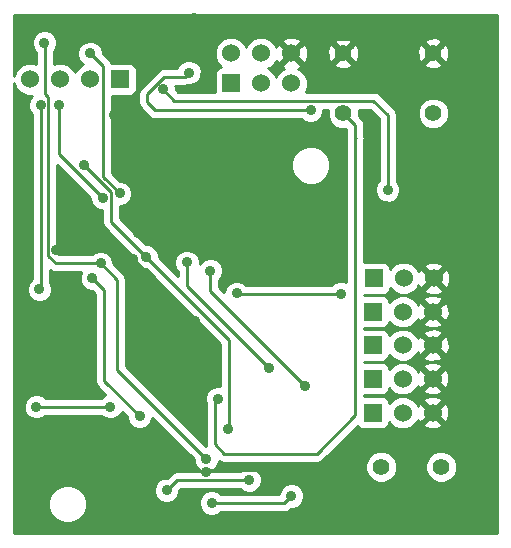
<source format=gbl>
G04 (created by PCBNEW (2013-07-07 BZR 4022)-stable) date 9/19/2015 9:10:54 AM*
%MOIN*%
G04 Gerber Fmt 3.4, Leading zero omitted, Abs format*
%FSLAX34Y34*%
G01*
G70*
G90*
G04 APERTURE LIST*
%ADD10C,0.00590551*%
%ADD11C,0.055*%
%ADD12R,0.06X0.06*%
%ADD13C,0.06*%
%ADD14C,0.056*%
%ADD15C,0.035*%
%ADD16C,0.01*%
G04 APERTURE END LIST*
G54D10*
G54D11*
X53151Y-27763D03*
X53151Y-25763D03*
X56151Y-27763D03*
X56151Y-25763D03*
G54D12*
X45710Y-26629D03*
G54D13*
X44710Y-26629D03*
X43710Y-26629D03*
X42710Y-26629D03*
G54D12*
X49419Y-26767D03*
G54D13*
X49419Y-25767D03*
X50419Y-26767D03*
X50419Y-25767D03*
X51419Y-26767D03*
X51419Y-25767D03*
G54D12*
X54131Y-37735D03*
G54D13*
X55131Y-37735D03*
X56131Y-37735D03*
G54D12*
X54131Y-36602D03*
G54D13*
X55131Y-36602D03*
X56131Y-36602D03*
G54D12*
X54139Y-35487D03*
G54D13*
X55139Y-35487D03*
X56139Y-35487D03*
G54D12*
X54139Y-34373D03*
G54D13*
X55139Y-34373D03*
X56139Y-34373D03*
G54D12*
X54159Y-33263D03*
G54D13*
X55159Y-33263D03*
X56159Y-33263D03*
G54D14*
X54415Y-39544D03*
X56415Y-39544D03*
G54D15*
X50016Y-39982D03*
X47262Y-40328D03*
X46360Y-37867D03*
X44785Y-33256D03*
X47147Y-26964D03*
X54627Y-30309D03*
X43188Y-25416D03*
X48585Y-39290D03*
X45064Y-32766D03*
X43671Y-27480D03*
X45139Y-30574D03*
X48190Y-24583D03*
X46128Y-32624D03*
X46317Y-31765D03*
X46580Y-28399D03*
X48210Y-34674D03*
X43580Y-32304D03*
X55809Y-29864D03*
X45512Y-27812D03*
X52659Y-25294D03*
X48328Y-25604D03*
X52580Y-39665D03*
X48576Y-39704D03*
X47935Y-32732D03*
X50690Y-36259D03*
X48722Y-33007D03*
X51872Y-36836D03*
X42919Y-37535D03*
X45379Y-37539D03*
X48980Y-37274D03*
X44714Y-25767D03*
X45694Y-30428D03*
X43080Y-27487D03*
X43021Y-33633D03*
X52060Y-27664D03*
X48000Y-26404D03*
X53065Y-33774D03*
X49600Y-33767D03*
X44518Y-29483D03*
X46576Y-32542D03*
X49320Y-38294D03*
X51419Y-40515D03*
X48761Y-40743D03*
G54D16*
X47609Y-39982D02*
X50016Y-39982D01*
X47262Y-40328D02*
X47609Y-39982D01*
X45179Y-36685D02*
X46360Y-37867D01*
X45179Y-33649D02*
X45179Y-36685D01*
X44785Y-33256D02*
X45179Y-33649D01*
X47147Y-26964D02*
X47517Y-27334D01*
X47517Y-27334D02*
X54156Y-27334D01*
X54156Y-27334D02*
X54627Y-27805D01*
X54627Y-27805D02*
X54627Y-30309D01*
X43188Y-25416D02*
X43223Y-25451D01*
X43223Y-25451D02*
X43223Y-27124D01*
X43223Y-27124D02*
X43314Y-27215D01*
X43314Y-27215D02*
X43314Y-32514D01*
X43314Y-32514D02*
X43566Y-32766D01*
X43566Y-32766D02*
X45064Y-32766D01*
X48585Y-39290D02*
X45603Y-36308D01*
X45603Y-36308D02*
X45603Y-33305D01*
X45603Y-33305D02*
X45064Y-32766D01*
X43671Y-29106D02*
X43671Y-27480D01*
X45139Y-30574D02*
X43671Y-29106D01*
X48328Y-24721D02*
X48328Y-25604D01*
X48190Y-24583D02*
X48328Y-24721D01*
X46133Y-32619D02*
X46155Y-32619D01*
X46128Y-32624D02*
X46133Y-32619D01*
X46317Y-31760D02*
X46317Y-31765D01*
X46304Y-31747D02*
X46317Y-31760D01*
X46304Y-28675D02*
X46304Y-31747D01*
X46580Y-28399D02*
X46304Y-28675D01*
X48210Y-34674D02*
X46155Y-32619D01*
X46155Y-32619D02*
X45840Y-32304D01*
X45840Y-32304D02*
X43580Y-32304D01*
X53730Y-25294D02*
X52659Y-25294D01*
X55021Y-26585D02*
X53730Y-25294D01*
X55021Y-29076D02*
X55021Y-26585D01*
X55809Y-29864D02*
X55021Y-29076D01*
X47760Y-25564D02*
X48328Y-25604D01*
X45512Y-27812D02*
X47760Y-25564D01*
X52449Y-25084D02*
X52659Y-25294D01*
X48328Y-25604D02*
X48848Y-25084D01*
X48848Y-25084D02*
X52449Y-25084D01*
X48616Y-39665D02*
X52580Y-39665D01*
X48576Y-39704D02*
X48616Y-39665D01*
X47935Y-33503D02*
X47935Y-32732D01*
X50690Y-36259D02*
X47935Y-33503D01*
X48722Y-33686D02*
X48722Y-33007D01*
X51872Y-36836D02*
X48722Y-33686D01*
X45375Y-37535D02*
X42919Y-37535D01*
X45379Y-37539D02*
X45375Y-37535D01*
X53555Y-28601D02*
X53555Y-28166D01*
X53555Y-28166D02*
X53151Y-27763D01*
X53555Y-28601D02*
X53569Y-28587D01*
X53555Y-37829D02*
X53555Y-28601D01*
X52270Y-39114D02*
X53555Y-37829D01*
X49190Y-39114D02*
X52270Y-39114D01*
X48860Y-38784D02*
X49190Y-39114D01*
X48860Y-37394D02*
X48860Y-38784D01*
X48980Y-37274D02*
X48860Y-37394D01*
X45147Y-26200D02*
X44714Y-25767D01*
X45147Y-29881D02*
X45147Y-26200D01*
X45694Y-30428D02*
X45147Y-29881D01*
X43080Y-33574D02*
X43080Y-27487D01*
X43021Y-33633D02*
X43080Y-33574D01*
X46890Y-27664D02*
X52060Y-27664D01*
X46610Y-27384D02*
X46890Y-27664D01*
X46610Y-27114D02*
X46610Y-27384D01*
X47180Y-26544D02*
X46610Y-27114D01*
X47860Y-26544D02*
X47180Y-26544D01*
X48000Y-26404D02*
X47860Y-26544D01*
X49607Y-33774D02*
X53065Y-33774D01*
X49600Y-33767D02*
X49607Y-33774D01*
X45407Y-31373D02*
X46576Y-32542D01*
X45407Y-30372D02*
X45407Y-31373D01*
X44518Y-29483D02*
X45407Y-30372D01*
X49355Y-35321D02*
X46576Y-32542D01*
X49355Y-38259D02*
X49355Y-35321D01*
X49320Y-38294D02*
X49355Y-38259D01*
X51171Y-40763D02*
X51419Y-40515D01*
X48781Y-40763D02*
X51171Y-40763D01*
X48761Y-40743D02*
X48781Y-40763D01*
G54D10*
G36*
X49055Y-36849D02*
X48895Y-36848D01*
X48739Y-36913D01*
X48619Y-37032D01*
X48555Y-37189D01*
X48554Y-37358D01*
X48563Y-37378D01*
X48560Y-37394D01*
X48560Y-38784D01*
X48574Y-38854D01*
X45903Y-36183D01*
X45903Y-33305D01*
X45880Y-33190D01*
X45815Y-33092D01*
X45815Y-33092D01*
X45488Y-32766D01*
X45489Y-32681D01*
X45424Y-32525D01*
X45305Y-32405D01*
X45148Y-32341D01*
X44979Y-32340D01*
X44823Y-32405D01*
X44762Y-32466D01*
X43690Y-32466D01*
X43614Y-32389D01*
X43614Y-29473D01*
X44714Y-30573D01*
X44714Y-30658D01*
X44779Y-30814D01*
X44898Y-30934D01*
X45054Y-30999D01*
X45107Y-30999D01*
X45107Y-31373D01*
X45129Y-31487D01*
X45194Y-31585D01*
X46151Y-32541D01*
X46150Y-32626D01*
X46215Y-32782D01*
X46334Y-32902D01*
X46491Y-32966D01*
X46576Y-32967D01*
X49055Y-35445D01*
X49055Y-36849D01*
X49055Y-36849D01*
G37*
G54D16*
X49055Y-36849D02*
X48895Y-36848D01*
X48739Y-36913D01*
X48619Y-37032D01*
X48555Y-37189D01*
X48554Y-37358D01*
X48563Y-37378D01*
X48560Y-37394D01*
X48560Y-38784D01*
X48574Y-38854D01*
X45903Y-36183D01*
X45903Y-33305D01*
X45880Y-33190D01*
X45815Y-33092D01*
X45815Y-33092D01*
X45488Y-32766D01*
X45489Y-32681D01*
X45424Y-32525D01*
X45305Y-32405D01*
X45148Y-32341D01*
X44979Y-32340D01*
X44823Y-32405D01*
X44762Y-32466D01*
X43690Y-32466D01*
X43614Y-32389D01*
X43614Y-29473D01*
X44714Y-30573D01*
X44714Y-30658D01*
X44779Y-30814D01*
X44898Y-30934D01*
X45054Y-30999D01*
X45107Y-30999D01*
X45107Y-31373D01*
X45129Y-31487D01*
X45194Y-31585D01*
X46151Y-32541D01*
X46150Y-32626D01*
X46215Y-32782D01*
X46334Y-32902D01*
X46491Y-32966D01*
X46576Y-32967D01*
X49055Y-35445D01*
X49055Y-36849D01*
G54D10*
G36*
X58285Y-41765D02*
X56945Y-41765D01*
X56945Y-39439D01*
X56864Y-39244D01*
X56715Y-39094D01*
X56714Y-39094D01*
X56714Y-33345D01*
X56703Y-33126D01*
X56681Y-33074D01*
X56681Y-25839D01*
X56670Y-25630D01*
X56612Y-25490D01*
X56519Y-25466D01*
X56448Y-25537D01*
X56448Y-25395D01*
X56424Y-25302D01*
X56227Y-25233D01*
X56018Y-25244D01*
X55878Y-25302D01*
X55854Y-25395D01*
X56151Y-25692D01*
X56448Y-25395D01*
X56448Y-25537D01*
X56222Y-25763D01*
X56519Y-26060D01*
X56612Y-26036D01*
X56681Y-25839D01*
X56681Y-33074D01*
X56676Y-33062D01*
X56676Y-27659D01*
X56596Y-27466D01*
X56449Y-27318D01*
X56448Y-27318D01*
X56448Y-26131D01*
X56151Y-25834D01*
X56080Y-25904D01*
X56080Y-25763D01*
X55783Y-25466D01*
X55691Y-25490D01*
X55621Y-25687D01*
X55633Y-25896D01*
X55691Y-26036D01*
X55783Y-26060D01*
X56080Y-25763D01*
X56080Y-25904D01*
X55854Y-26131D01*
X55878Y-26224D01*
X56075Y-26293D01*
X56284Y-26282D01*
X56424Y-26224D01*
X56448Y-26131D01*
X56448Y-27318D01*
X56256Y-27238D01*
X56047Y-27238D01*
X55854Y-27318D01*
X55706Y-27465D01*
X55626Y-27658D01*
X55626Y-27867D01*
X55706Y-28060D01*
X55853Y-28208D01*
X56046Y-28288D01*
X56255Y-28288D01*
X56448Y-28208D01*
X56596Y-28061D01*
X56676Y-27868D01*
X56676Y-27659D01*
X56676Y-33062D01*
X56640Y-32975D01*
X56545Y-32948D01*
X56474Y-33019D01*
X56474Y-32877D01*
X56447Y-32782D01*
X56241Y-32708D01*
X56022Y-32719D01*
X55871Y-32782D01*
X55844Y-32877D01*
X56159Y-33192D01*
X56474Y-32877D01*
X56474Y-33019D01*
X56230Y-33263D01*
X56545Y-33578D01*
X56640Y-33551D01*
X56714Y-33345D01*
X56714Y-39094D01*
X56694Y-39086D01*
X56694Y-35569D01*
X56694Y-34455D01*
X56683Y-34237D01*
X56621Y-34085D01*
X56525Y-34058D01*
X56474Y-34109D01*
X56474Y-33649D01*
X56159Y-33334D01*
X55844Y-33649D01*
X55871Y-33744D01*
X56077Y-33818D01*
X56296Y-33807D01*
X56447Y-33744D01*
X56474Y-33649D01*
X56474Y-34109D01*
X56454Y-34129D01*
X56454Y-33987D01*
X56427Y-33892D01*
X56221Y-33818D01*
X56003Y-33829D01*
X55851Y-33892D01*
X55824Y-33987D01*
X56139Y-34303D01*
X56454Y-33987D01*
X56454Y-34129D01*
X56210Y-34373D01*
X56525Y-34688D01*
X56621Y-34661D01*
X56694Y-34455D01*
X56694Y-35569D01*
X56683Y-35351D01*
X56621Y-35200D01*
X56525Y-35172D01*
X56454Y-35243D01*
X56454Y-35102D01*
X56454Y-34759D01*
X56139Y-34444D01*
X55824Y-34759D01*
X55851Y-34855D01*
X56057Y-34928D01*
X56276Y-34917D01*
X56427Y-34855D01*
X56454Y-34759D01*
X56454Y-35102D01*
X56427Y-35006D01*
X56221Y-34933D01*
X56003Y-34944D01*
X55851Y-35006D01*
X55824Y-35102D01*
X56139Y-35417D01*
X56454Y-35102D01*
X56454Y-35243D01*
X56210Y-35487D01*
X56525Y-35803D01*
X56621Y-35775D01*
X56694Y-35569D01*
X56694Y-39086D01*
X56686Y-39082D01*
X56686Y-37817D01*
X56686Y-36683D01*
X56675Y-36465D01*
X56613Y-36314D01*
X56517Y-36286D01*
X56454Y-36349D01*
X56454Y-35873D01*
X56139Y-35558D01*
X55824Y-35873D01*
X55851Y-35969D01*
X56057Y-36042D01*
X56276Y-36031D01*
X56427Y-35969D01*
X56454Y-35873D01*
X56454Y-36349D01*
X56447Y-36357D01*
X56447Y-36216D01*
X56419Y-36120D01*
X56213Y-36047D01*
X55995Y-36058D01*
X55844Y-36120D01*
X55816Y-36216D01*
X56131Y-36531D01*
X56447Y-36216D01*
X56447Y-36357D01*
X56202Y-36602D01*
X56517Y-36917D01*
X56613Y-36889D01*
X56686Y-36683D01*
X56686Y-37817D01*
X56675Y-37599D01*
X56613Y-37448D01*
X56517Y-37420D01*
X56447Y-37491D01*
X56447Y-37350D01*
X56447Y-36988D01*
X56131Y-36672D01*
X55816Y-36988D01*
X55844Y-37083D01*
X56050Y-37156D01*
X56268Y-37145D01*
X56419Y-37083D01*
X56447Y-36988D01*
X56447Y-37350D01*
X56419Y-37254D01*
X56213Y-37181D01*
X55995Y-37192D01*
X55844Y-37254D01*
X55816Y-37350D01*
X56131Y-37665D01*
X56447Y-37350D01*
X56447Y-37491D01*
X56202Y-37735D01*
X56517Y-38051D01*
X56613Y-38023D01*
X56686Y-37817D01*
X56686Y-39082D01*
X56521Y-39014D01*
X56447Y-39014D01*
X56447Y-38121D01*
X56131Y-37806D01*
X55816Y-38121D01*
X55844Y-38217D01*
X56050Y-38290D01*
X56268Y-38279D01*
X56419Y-38217D01*
X56447Y-38121D01*
X56447Y-39014D01*
X56310Y-39013D01*
X56115Y-39094D01*
X55966Y-39243D01*
X55885Y-39438D01*
X55885Y-39648D01*
X55965Y-39843D01*
X56114Y-39993D01*
X56309Y-40073D01*
X56520Y-40074D01*
X56715Y-39993D01*
X56864Y-39844D01*
X56945Y-39649D01*
X56945Y-39439D01*
X56945Y-41765D01*
X54945Y-41765D01*
X54945Y-39439D01*
X54864Y-39244D01*
X54715Y-39094D01*
X54521Y-39014D01*
X54310Y-39013D01*
X54115Y-39094D01*
X53966Y-39243D01*
X53885Y-39438D01*
X53885Y-39648D01*
X53965Y-39843D01*
X54114Y-39993D01*
X54309Y-40073D01*
X54520Y-40074D01*
X54715Y-39993D01*
X54864Y-39844D01*
X54945Y-39649D01*
X54945Y-39439D01*
X54945Y-41765D01*
X51844Y-41765D01*
X51844Y-40431D01*
X51779Y-40275D01*
X51660Y-40155D01*
X51504Y-40090D01*
X51335Y-40090D01*
X51178Y-40154D01*
X51059Y-40274D01*
X50994Y-40430D01*
X50994Y-40463D01*
X49082Y-40463D01*
X49002Y-40383D01*
X48846Y-40318D01*
X48677Y-40318D01*
X48521Y-40383D01*
X48401Y-40502D01*
X48336Y-40658D01*
X48336Y-40828D01*
X48401Y-40984D01*
X48520Y-41103D01*
X48676Y-41168D01*
X48845Y-41168D01*
X49002Y-41104D01*
X49043Y-41063D01*
X51171Y-41063D01*
X51171Y-41063D01*
X51286Y-41040D01*
X51286Y-41040D01*
X51383Y-40975D01*
X51418Y-40940D01*
X51503Y-40940D01*
X51659Y-40876D01*
X51779Y-40756D01*
X51844Y-40600D01*
X51844Y-40431D01*
X51844Y-41765D01*
X44601Y-41765D01*
X44601Y-40660D01*
X44503Y-40423D01*
X44323Y-40242D01*
X44086Y-40144D01*
X43830Y-40144D01*
X43594Y-40241D01*
X43412Y-40422D01*
X43314Y-40659D01*
X43314Y-40915D01*
X43412Y-41151D01*
X43593Y-41332D01*
X43829Y-41431D01*
X44085Y-41431D01*
X44322Y-41333D01*
X44503Y-41152D01*
X44601Y-40916D01*
X44601Y-40660D01*
X44601Y-41765D01*
X42164Y-41765D01*
X42164Y-26748D01*
X42244Y-26940D01*
X42398Y-27095D01*
X42600Y-27179D01*
X42787Y-27179D01*
X42720Y-27246D01*
X42655Y-27403D01*
X42655Y-27572D01*
X42720Y-27728D01*
X42780Y-27788D01*
X42780Y-33273D01*
X42661Y-33392D01*
X42596Y-33548D01*
X42596Y-33717D01*
X42661Y-33874D01*
X42780Y-33993D01*
X42936Y-34058D01*
X43105Y-34058D01*
X43262Y-33994D01*
X43381Y-33874D01*
X43446Y-33718D01*
X43446Y-33549D01*
X43382Y-33393D01*
X43380Y-33391D01*
X43380Y-32996D01*
X43451Y-33043D01*
X43565Y-33065D01*
X43566Y-33066D01*
X44404Y-33066D01*
X44360Y-33171D01*
X44360Y-33340D01*
X44424Y-33496D01*
X44544Y-33616D01*
X44700Y-33680D01*
X44786Y-33681D01*
X44879Y-33773D01*
X44879Y-36685D01*
X44901Y-36800D01*
X44967Y-36898D01*
X45215Y-37147D01*
X45139Y-37178D01*
X45082Y-37235D01*
X43220Y-37235D01*
X43160Y-37175D01*
X43004Y-37110D01*
X42835Y-37110D01*
X42678Y-37174D01*
X42559Y-37294D01*
X42494Y-37450D01*
X42494Y-37619D01*
X42558Y-37775D01*
X42678Y-37895D01*
X42834Y-37960D01*
X43003Y-37960D01*
X43159Y-37895D01*
X43220Y-37835D01*
X45074Y-37835D01*
X45138Y-37899D01*
X45295Y-37964D01*
X45464Y-37964D01*
X45620Y-37899D01*
X45740Y-37780D01*
X45772Y-37703D01*
X45935Y-37866D01*
X45935Y-37951D01*
X45999Y-38107D01*
X46119Y-38227D01*
X46275Y-38291D01*
X46444Y-38292D01*
X46600Y-38227D01*
X46720Y-38108D01*
X46785Y-37951D01*
X46785Y-37914D01*
X48160Y-39289D01*
X48159Y-39374D01*
X48224Y-39530D01*
X48343Y-39650D01*
X48420Y-39682D01*
X47609Y-39682D01*
X47494Y-39704D01*
X47396Y-39769D01*
X47263Y-39903D01*
X47178Y-39903D01*
X47022Y-39967D01*
X46902Y-40087D01*
X46837Y-40243D01*
X46837Y-40412D01*
X46901Y-40568D01*
X47021Y-40688D01*
X47177Y-40753D01*
X47346Y-40753D01*
X47502Y-40689D01*
X47622Y-40569D01*
X47687Y-40413D01*
X47687Y-40327D01*
X47733Y-40282D01*
X49715Y-40282D01*
X49775Y-40342D01*
X49931Y-40406D01*
X50100Y-40407D01*
X50256Y-40342D01*
X50376Y-40223D01*
X50441Y-40066D01*
X50441Y-39897D01*
X50377Y-39741D01*
X50257Y-39621D01*
X50101Y-39557D01*
X49932Y-39556D01*
X49776Y-39621D01*
X49715Y-39682D01*
X48749Y-39682D01*
X48825Y-39650D01*
X48945Y-39531D01*
X49009Y-39374D01*
X49009Y-39347D01*
X49075Y-39391D01*
X49189Y-39413D01*
X49190Y-39414D01*
X52270Y-39414D01*
X52270Y-39413D01*
X52384Y-39391D01*
X52384Y-39391D01*
X52482Y-39326D01*
X53625Y-38182D01*
X53690Y-38247D01*
X53781Y-38285D01*
X53881Y-38286D01*
X54481Y-38286D01*
X54573Y-38248D01*
X54643Y-38177D01*
X54681Y-38085D01*
X54681Y-38063D01*
X54819Y-38201D01*
X55022Y-38285D01*
X55240Y-38286D01*
X55443Y-38202D01*
X55597Y-38047D01*
X55629Y-37972D01*
X55650Y-38023D01*
X55745Y-38051D01*
X56061Y-37735D01*
X55745Y-37420D01*
X55650Y-37448D01*
X55630Y-37503D01*
X55598Y-37424D01*
X55443Y-37269D01*
X55241Y-37186D01*
X55022Y-37185D01*
X54820Y-37269D01*
X54681Y-37408D01*
X54681Y-37386D01*
X54643Y-37294D01*
X54573Y-37224D01*
X54481Y-37186D01*
X54382Y-37185D01*
X53855Y-37185D01*
X53855Y-37152D01*
X53881Y-37152D01*
X54481Y-37152D01*
X54573Y-37114D01*
X54643Y-37043D01*
X54681Y-36952D01*
X54681Y-36929D01*
X54819Y-37068D01*
X55022Y-37152D01*
X55240Y-37152D01*
X55443Y-37068D01*
X55597Y-36914D01*
X55629Y-36838D01*
X55650Y-36889D01*
X55745Y-36917D01*
X56061Y-36602D01*
X55745Y-36286D01*
X55650Y-36314D01*
X55630Y-36369D01*
X55598Y-36290D01*
X55443Y-36136D01*
X55241Y-36052D01*
X55022Y-36052D01*
X54820Y-36135D01*
X54681Y-36274D01*
X54681Y-36252D01*
X54643Y-36160D01*
X54573Y-36090D01*
X54481Y-36052D01*
X54382Y-36052D01*
X53855Y-36052D01*
X53855Y-36037D01*
X53889Y-36037D01*
X54489Y-36037D01*
X54581Y-36000D01*
X54651Y-35929D01*
X54689Y-35837D01*
X54689Y-35815D01*
X54827Y-35953D01*
X55029Y-36037D01*
X55248Y-36038D01*
X55450Y-35954D01*
X55605Y-35799D01*
X55637Y-35724D01*
X55658Y-35775D01*
X55753Y-35803D01*
X56069Y-35487D01*
X55753Y-35172D01*
X55658Y-35200D01*
X55638Y-35255D01*
X55606Y-35176D01*
X55451Y-35021D01*
X55249Y-34938D01*
X55030Y-34937D01*
X54828Y-35021D01*
X54689Y-35159D01*
X54689Y-35138D01*
X54651Y-35046D01*
X54581Y-34976D01*
X54489Y-34937D01*
X54390Y-34937D01*
X53855Y-34937D01*
X53855Y-34923D01*
X53889Y-34923D01*
X54489Y-34923D01*
X54581Y-34885D01*
X54651Y-34815D01*
X54689Y-34723D01*
X54689Y-34701D01*
X54827Y-34839D01*
X55029Y-34923D01*
X55248Y-34923D01*
X55450Y-34840D01*
X55605Y-34685D01*
X55637Y-34610D01*
X55658Y-34661D01*
X55753Y-34688D01*
X56069Y-34373D01*
X55753Y-34058D01*
X55658Y-34085D01*
X55638Y-34141D01*
X55606Y-34062D01*
X55451Y-33907D01*
X55249Y-33823D01*
X55030Y-33823D01*
X54828Y-33907D01*
X54689Y-34045D01*
X54689Y-34024D01*
X54651Y-33932D01*
X54581Y-33861D01*
X54489Y-33823D01*
X54390Y-33823D01*
X53855Y-33823D01*
X53855Y-33813D01*
X53908Y-33813D01*
X54508Y-33813D01*
X54600Y-33775D01*
X54671Y-33705D01*
X54709Y-33613D01*
X54709Y-33591D01*
X54847Y-33729D01*
X55049Y-33813D01*
X55268Y-33813D01*
X55470Y-33730D01*
X55625Y-33575D01*
X55656Y-33499D01*
X55678Y-33551D01*
X55773Y-33578D01*
X56088Y-33263D01*
X55773Y-32948D01*
X55678Y-32975D01*
X55658Y-33030D01*
X55625Y-32952D01*
X55471Y-32797D01*
X55269Y-32713D01*
X55050Y-32713D01*
X54848Y-32796D01*
X54709Y-32935D01*
X54709Y-32914D01*
X54671Y-32822D01*
X54601Y-32751D01*
X54509Y-32713D01*
X54409Y-32713D01*
X53855Y-32713D01*
X53855Y-28657D01*
X53868Y-28587D01*
X53855Y-28516D01*
X53855Y-28166D01*
X53832Y-28052D01*
X53767Y-27954D01*
X53767Y-27954D01*
X53676Y-27864D01*
X53676Y-27659D01*
X53666Y-27634D01*
X54032Y-27634D01*
X54327Y-27929D01*
X54327Y-30007D01*
X54267Y-30067D01*
X54203Y-30224D01*
X54202Y-30393D01*
X54267Y-30549D01*
X54386Y-30669D01*
X54543Y-30733D01*
X54712Y-30734D01*
X54868Y-30669D01*
X54988Y-30550D01*
X55052Y-30393D01*
X55053Y-30224D01*
X54988Y-30068D01*
X54927Y-30007D01*
X54927Y-27805D01*
X54905Y-27690D01*
X54840Y-27592D01*
X54840Y-27592D01*
X54369Y-27121D01*
X54271Y-27056D01*
X54156Y-27034D01*
X53681Y-27034D01*
X53681Y-25839D01*
X53670Y-25630D01*
X53612Y-25490D01*
X53519Y-25466D01*
X53448Y-25537D01*
X53448Y-25395D01*
X53424Y-25302D01*
X53227Y-25233D01*
X53018Y-25244D01*
X52878Y-25302D01*
X52854Y-25395D01*
X53151Y-25692D01*
X53448Y-25395D01*
X53448Y-25537D01*
X53222Y-25763D01*
X53519Y-26060D01*
X53612Y-26036D01*
X53681Y-25839D01*
X53681Y-27034D01*
X53448Y-27034D01*
X53448Y-26131D01*
X53151Y-25834D01*
X53080Y-25904D01*
X53080Y-25763D01*
X52783Y-25466D01*
X52691Y-25490D01*
X52621Y-25687D01*
X52633Y-25896D01*
X52691Y-26036D01*
X52783Y-26060D01*
X53080Y-25763D01*
X53080Y-25904D01*
X52854Y-26131D01*
X52878Y-26224D01*
X53075Y-26293D01*
X53284Y-26282D01*
X53424Y-26224D01*
X53448Y-26131D01*
X53448Y-27034D01*
X51974Y-27034D01*
X51974Y-25849D01*
X51963Y-25630D01*
X51900Y-25479D01*
X51805Y-25452D01*
X51734Y-25522D01*
X51734Y-25381D01*
X51707Y-25286D01*
X51501Y-25212D01*
X51282Y-25223D01*
X51131Y-25286D01*
X51104Y-25381D01*
X51419Y-25696D01*
X51734Y-25381D01*
X51734Y-25522D01*
X51490Y-25767D01*
X51805Y-26082D01*
X51900Y-26055D01*
X51974Y-25849D01*
X51974Y-27034D01*
X51904Y-27034D01*
X51969Y-26877D01*
X51969Y-26658D01*
X51885Y-26456D01*
X51731Y-26301D01*
X51655Y-26270D01*
X51707Y-26248D01*
X51734Y-26153D01*
X51419Y-25838D01*
X51104Y-26153D01*
X51131Y-26248D01*
X51186Y-26268D01*
X51108Y-26300D01*
X50953Y-26455D01*
X50919Y-26537D01*
X50885Y-26456D01*
X50731Y-26301D01*
X50649Y-26267D01*
X50730Y-26234D01*
X50885Y-26079D01*
X50916Y-26003D01*
X50938Y-26055D01*
X51033Y-26082D01*
X51348Y-25767D01*
X51033Y-25452D01*
X50938Y-25479D01*
X50918Y-25534D01*
X50885Y-25456D01*
X50731Y-25301D01*
X50529Y-25217D01*
X50310Y-25217D01*
X50108Y-25300D01*
X49953Y-25455D01*
X49919Y-25537D01*
X49885Y-25456D01*
X49731Y-25301D01*
X49529Y-25217D01*
X49310Y-25217D01*
X49108Y-25300D01*
X48953Y-25455D01*
X48869Y-25657D01*
X48869Y-25876D01*
X48952Y-26078D01*
X49091Y-26217D01*
X49069Y-26217D01*
X48977Y-26255D01*
X48907Y-26325D01*
X48869Y-26417D01*
X48869Y-26516D01*
X48869Y-27034D01*
X47641Y-27034D01*
X47572Y-26964D01*
X47572Y-26879D01*
X47557Y-26844D01*
X47860Y-26844D01*
X47860Y-26843D01*
X47935Y-26828D01*
X47935Y-26828D01*
X48084Y-26829D01*
X48240Y-26764D01*
X48360Y-26645D01*
X48424Y-26488D01*
X48425Y-26319D01*
X48360Y-26163D01*
X48241Y-26043D01*
X48084Y-25979D01*
X47915Y-25978D01*
X47759Y-26043D01*
X47639Y-26162D01*
X47606Y-26244D01*
X47180Y-26244D01*
X47065Y-26266D01*
X46967Y-26331D01*
X46397Y-26901D01*
X46332Y-26999D01*
X46310Y-27114D01*
X46310Y-27384D01*
X46332Y-27498D01*
X46397Y-27596D01*
X46677Y-27876D01*
X46677Y-27876D01*
X46775Y-27941D01*
X46890Y-27964D01*
X51758Y-27964D01*
X51818Y-28024D01*
X51975Y-28088D01*
X52144Y-28089D01*
X52300Y-28024D01*
X52420Y-27905D01*
X52484Y-27748D01*
X52485Y-27634D01*
X52636Y-27634D01*
X52626Y-27658D01*
X52626Y-27867D01*
X52706Y-28060D01*
X52853Y-28208D01*
X53046Y-28288D01*
X53252Y-28288D01*
X53255Y-28291D01*
X53255Y-28601D01*
X53255Y-33392D01*
X53149Y-33349D01*
X52980Y-33348D01*
X52824Y-33413D01*
X52763Y-33474D01*
X52711Y-33474D01*
X52711Y-29365D01*
X52613Y-29128D01*
X52433Y-28947D01*
X52196Y-28849D01*
X51940Y-28849D01*
X51704Y-28946D01*
X51522Y-29127D01*
X51424Y-29364D01*
X51424Y-29620D01*
X51522Y-29856D01*
X51703Y-30037D01*
X51939Y-30136D01*
X52195Y-30136D01*
X52432Y-30038D01*
X52613Y-29857D01*
X52711Y-29621D01*
X52711Y-29365D01*
X52711Y-33474D01*
X49908Y-33474D01*
X49841Y-33406D01*
X49684Y-33342D01*
X49515Y-33341D01*
X49359Y-33406D01*
X49239Y-33525D01*
X49175Y-33682D01*
X49175Y-33714D01*
X49022Y-33562D01*
X49022Y-33308D01*
X49082Y-33248D01*
X49147Y-33091D01*
X49147Y-32922D01*
X49082Y-32766D01*
X48963Y-32646D01*
X48807Y-32582D01*
X48638Y-32581D01*
X48482Y-32646D01*
X48362Y-32765D01*
X48360Y-32771D01*
X48360Y-32648D01*
X48295Y-32492D01*
X48176Y-32372D01*
X48019Y-32307D01*
X47850Y-32307D01*
X47694Y-32371D01*
X47574Y-32491D01*
X47510Y-32647D01*
X47509Y-32816D01*
X47574Y-32972D01*
X47635Y-33033D01*
X47635Y-33176D01*
X47000Y-32542D01*
X47001Y-32457D01*
X46936Y-32301D01*
X46817Y-32181D01*
X46660Y-32117D01*
X46575Y-32116D01*
X45707Y-31248D01*
X45707Y-30853D01*
X45779Y-30853D01*
X45935Y-30789D01*
X46054Y-30669D01*
X46119Y-30513D01*
X46119Y-30344D01*
X46055Y-30188D01*
X45935Y-30068D01*
X45779Y-30003D01*
X45694Y-30003D01*
X45447Y-29757D01*
X45447Y-27179D01*
X45460Y-27179D01*
X46060Y-27179D01*
X46152Y-27141D01*
X46222Y-27071D01*
X46260Y-26979D01*
X46260Y-26880D01*
X46260Y-26280D01*
X46222Y-26188D01*
X46152Y-26117D01*
X46060Y-26079D01*
X45961Y-26079D01*
X45420Y-26079D01*
X45359Y-25988D01*
X45359Y-25988D01*
X45139Y-25768D01*
X45139Y-25683D01*
X45075Y-25527D01*
X44955Y-25407D01*
X44799Y-25342D01*
X44630Y-25342D01*
X44474Y-25406D01*
X44354Y-25526D01*
X44289Y-25682D01*
X44289Y-25851D01*
X44354Y-26007D01*
X44473Y-26127D01*
X44479Y-26130D01*
X44399Y-26163D01*
X44244Y-26317D01*
X44210Y-26399D01*
X44177Y-26318D01*
X44022Y-26163D01*
X43820Y-26079D01*
X43601Y-26079D01*
X43523Y-26112D01*
X43523Y-25682D01*
X43548Y-25657D01*
X43612Y-25500D01*
X43613Y-25331D01*
X43548Y-25175D01*
X43429Y-25055D01*
X43272Y-24991D01*
X43103Y-24990D01*
X42947Y-25055D01*
X42827Y-25174D01*
X42763Y-25331D01*
X42762Y-25500D01*
X42827Y-25656D01*
X42923Y-25752D01*
X42923Y-26122D01*
X42820Y-26079D01*
X42601Y-26079D01*
X42399Y-26163D01*
X42244Y-26317D01*
X42164Y-26510D01*
X42164Y-24489D01*
X58240Y-24489D01*
X58285Y-24489D01*
X58285Y-41765D01*
X58285Y-41765D01*
G37*
G54D16*
X58285Y-41765D02*
X56945Y-41765D01*
X56945Y-39439D01*
X56864Y-39244D01*
X56715Y-39094D01*
X56714Y-39094D01*
X56714Y-33345D01*
X56703Y-33126D01*
X56681Y-33074D01*
X56681Y-25839D01*
X56670Y-25630D01*
X56612Y-25490D01*
X56519Y-25466D01*
X56448Y-25537D01*
X56448Y-25395D01*
X56424Y-25302D01*
X56227Y-25233D01*
X56018Y-25244D01*
X55878Y-25302D01*
X55854Y-25395D01*
X56151Y-25692D01*
X56448Y-25395D01*
X56448Y-25537D01*
X56222Y-25763D01*
X56519Y-26060D01*
X56612Y-26036D01*
X56681Y-25839D01*
X56681Y-33074D01*
X56676Y-33062D01*
X56676Y-27659D01*
X56596Y-27466D01*
X56449Y-27318D01*
X56448Y-27318D01*
X56448Y-26131D01*
X56151Y-25834D01*
X56080Y-25904D01*
X56080Y-25763D01*
X55783Y-25466D01*
X55691Y-25490D01*
X55621Y-25687D01*
X55633Y-25896D01*
X55691Y-26036D01*
X55783Y-26060D01*
X56080Y-25763D01*
X56080Y-25904D01*
X55854Y-26131D01*
X55878Y-26224D01*
X56075Y-26293D01*
X56284Y-26282D01*
X56424Y-26224D01*
X56448Y-26131D01*
X56448Y-27318D01*
X56256Y-27238D01*
X56047Y-27238D01*
X55854Y-27318D01*
X55706Y-27465D01*
X55626Y-27658D01*
X55626Y-27867D01*
X55706Y-28060D01*
X55853Y-28208D01*
X56046Y-28288D01*
X56255Y-28288D01*
X56448Y-28208D01*
X56596Y-28061D01*
X56676Y-27868D01*
X56676Y-27659D01*
X56676Y-33062D01*
X56640Y-32975D01*
X56545Y-32948D01*
X56474Y-33019D01*
X56474Y-32877D01*
X56447Y-32782D01*
X56241Y-32708D01*
X56022Y-32719D01*
X55871Y-32782D01*
X55844Y-32877D01*
X56159Y-33192D01*
X56474Y-32877D01*
X56474Y-33019D01*
X56230Y-33263D01*
X56545Y-33578D01*
X56640Y-33551D01*
X56714Y-33345D01*
X56714Y-39094D01*
X56694Y-39086D01*
X56694Y-35569D01*
X56694Y-34455D01*
X56683Y-34237D01*
X56621Y-34085D01*
X56525Y-34058D01*
X56474Y-34109D01*
X56474Y-33649D01*
X56159Y-33334D01*
X55844Y-33649D01*
X55871Y-33744D01*
X56077Y-33818D01*
X56296Y-33807D01*
X56447Y-33744D01*
X56474Y-33649D01*
X56474Y-34109D01*
X56454Y-34129D01*
X56454Y-33987D01*
X56427Y-33892D01*
X56221Y-33818D01*
X56003Y-33829D01*
X55851Y-33892D01*
X55824Y-33987D01*
X56139Y-34303D01*
X56454Y-33987D01*
X56454Y-34129D01*
X56210Y-34373D01*
X56525Y-34688D01*
X56621Y-34661D01*
X56694Y-34455D01*
X56694Y-35569D01*
X56683Y-35351D01*
X56621Y-35200D01*
X56525Y-35172D01*
X56454Y-35243D01*
X56454Y-35102D01*
X56454Y-34759D01*
X56139Y-34444D01*
X55824Y-34759D01*
X55851Y-34855D01*
X56057Y-34928D01*
X56276Y-34917D01*
X56427Y-34855D01*
X56454Y-34759D01*
X56454Y-35102D01*
X56427Y-35006D01*
X56221Y-34933D01*
X56003Y-34944D01*
X55851Y-35006D01*
X55824Y-35102D01*
X56139Y-35417D01*
X56454Y-35102D01*
X56454Y-35243D01*
X56210Y-35487D01*
X56525Y-35803D01*
X56621Y-35775D01*
X56694Y-35569D01*
X56694Y-39086D01*
X56686Y-39082D01*
X56686Y-37817D01*
X56686Y-36683D01*
X56675Y-36465D01*
X56613Y-36314D01*
X56517Y-36286D01*
X56454Y-36349D01*
X56454Y-35873D01*
X56139Y-35558D01*
X55824Y-35873D01*
X55851Y-35969D01*
X56057Y-36042D01*
X56276Y-36031D01*
X56427Y-35969D01*
X56454Y-35873D01*
X56454Y-36349D01*
X56447Y-36357D01*
X56447Y-36216D01*
X56419Y-36120D01*
X56213Y-36047D01*
X55995Y-36058D01*
X55844Y-36120D01*
X55816Y-36216D01*
X56131Y-36531D01*
X56447Y-36216D01*
X56447Y-36357D01*
X56202Y-36602D01*
X56517Y-36917D01*
X56613Y-36889D01*
X56686Y-36683D01*
X56686Y-37817D01*
X56675Y-37599D01*
X56613Y-37448D01*
X56517Y-37420D01*
X56447Y-37491D01*
X56447Y-37350D01*
X56447Y-36988D01*
X56131Y-36672D01*
X55816Y-36988D01*
X55844Y-37083D01*
X56050Y-37156D01*
X56268Y-37145D01*
X56419Y-37083D01*
X56447Y-36988D01*
X56447Y-37350D01*
X56419Y-37254D01*
X56213Y-37181D01*
X55995Y-37192D01*
X55844Y-37254D01*
X55816Y-37350D01*
X56131Y-37665D01*
X56447Y-37350D01*
X56447Y-37491D01*
X56202Y-37735D01*
X56517Y-38051D01*
X56613Y-38023D01*
X56686Y-37817D01*
X56686Y-39082D01*
X56521Y-39014D01*
X56447Y-39014D01*
X56447Y-38121D01*
X56131Y-37806D01*
X55816Y-38121D01*
X55844Y-38217D01*
X56050Y-38290D01*
X56268Y-38279D01*
X56419Y-38217D01*
X56447Y-38121D01*
X56447Y-39014D01*
X56310Y-39013D01*
X56115Y-39094D01*
X55966Y-39243D01*
X55885Y-39438D01*
X55885Y-39648D01*
X55965Y-39843D01*
X56114Y-39993D01*
X56309Y-40073D01*
X56520Y-40074D01*
X56715Y-39993D01*
X56864Y-39844D01*
X56945Y-39649D01*
X56945Y-39439D01*
X56945Y-41765D01*
X54945Y-41765D01*
X54945Y-39439D01*
X54864Y-39244D01*
X54715Y-39094D01*
X54521Y-39014D01*
X54310Y-39013D01*
X54115Y-39094D01*
X53966Y-39243D01*
X53885Y-39438D01*
X53885Y-39648D01*
X53965Y-39843D01*
X54114Y-39993D01*
X54309Y-40073D01*
X54520Y-40074D01*
X54715Y-39993D01*
X54864Y-39844D01*
X54945Y-39649D01*
X54945Y-39439D01*
X54945Y-41765D01*
X51844Y-41765D01*
X51844Y-40431D01*
X51779Y-40275D01*
X51660Y-40155D01*
X51504Y-40090D01*
X51335Y-40090D01*
X51178Y-40154D01*
X51059Y-40274D01*
X50994Y-40430D01*
X50994Y-40463D01*
X49082Y-40463D01*
X49002Y-40383D01*
X48846Y-40318D01*
X48677Y-40318D01*
X48521Y-40383D01*
X48401Y-40502D01*
X48336Y-40658D01*
X48336Y-40828D01*
X48401Y-40984D01*
X48520Y-41103D01*
X48676Y-41168D01*
X48845Y-41168D01*
X49002Y-41104D01*
X49043Y-41063D01*
X51171Y-41063D01*
X51171Y-41063D01*
X51286Y-41040D01*
X51286Y-41040D01*
X51383Y-40975D01*
X51418Y-40940D01*
X51503Y-40940D01*
X51659Y-40876D01*
X51779Y-40756D01*
X51844Y-40600D01*
X51844Y-40431D01*
X51844Y-41765D01*
X44601Y-41765D01*
X44601Y-40660D01*
X44503Y-40423D01*
X44323Y-40242D01*
X44086Y-40144D01*
X43830Y-40144D01*
X43594Y-40241D01*
X43412Y-40422D01*
X43314Y-40659D01*
X43314Y-40915D01*
X43412Y-41151D01*
X43593Y-41332D01*
X43829Y-41431D01*
X44085Y-41431D01*
X44322Y-41333D01*
X44503Y-41152D01*
X44601Y-40916D01*
X44601Y-40660D01*
X44601Y-41765D01*
X42164Y-41765D01*
X42164Y-26748D01*
X42244Y-26940D01*
X42398Y-27095D01*
X42600Y-27179D01*
X42787Y-27179D01*
X42720Y-27246D01*
X42655Y-27403D01*
X42655Y-27572D01*
X42720Y-27728D01*
X42780Y-27788D01*
X42780Y-33273D01*
X42661Y-33392D01*
X42596Y-33548D01*
X42596Y-33717D01*
X42661Y-33874D01*
X42780Y-33993D01*
X42936Y-34058D01*
X43105Y-34058D01*
X43262Y-33994D01*
X43381Y-33874D01*
X43446Y-33718D01*
X43446Y-33549D01*
X43382Y-33393D01*
X43380Y-33391D01*
X43380Y-32996D01*
X43451Y-33043D01*
X43565Y-33065D01*
X43566Y-33066D01*
X44404Y-33066D01*
X44360Y-33171D01*
X44360Y-33340D01*
X44424Y-33496D01*
X44544Y-33616D01*
X44700Y-33680D01*
X44786Y-33681D01*
X44879Y-33773D01*
X44879Y-36685D01*
X44901Y-36800D01*
X44967Y-36898D01*
X45215Y-37147D01*
X45139Y-37178D01*
X45082Y-37235D01*
X43220Y-37235D01*
X43160Y-37175D01*
X43004Y-37110D01*
X42835Y-37110D01*
X42678Y-37174D01*
X42559Y-37294D01*
X42494Y-37450D01*
X42494Y-37619D01*
X42558Y-37775D01*
X42678Y-37895D01*
X42834Y-37960D01*
X43003Y-37960D01*
X43159Y-37895D01*
X43220Y-37835D01*
X45074Y-37835D01*
X45138Y-37899D01*
X45295Y-37964D01*
X45464Y-37964D01*
X45620Y-37899D01*
X45740Y-37780D01*
X45772Y-37703D01*
X45935Y-37866D01*
X45935Y-37951D01*
X45999Y-38107D01*
X46119Y-38227D01*
X46275Y-38291D01*
X46444Y-38292D01*
X46600Y-38227D01*
X46720Y-38108D01*
X46785Y-37951D01*
X46785Y-37914D01*
X48160Y-39289D01*
X48159Y-39374D01*
X48224Y-39530D01*
X48343Y-39650D01*
X48420Y-39682D01*
X47609Y-39682D01*
X47494Y-39704D01*
X47396Y-39769D01*
X47263Y-39903D01*
X47178Y-39903D01*
X47022Y-39967D01*
X46902Y-40087D01*
X46837Y-40243D01*
X46837Y-40412D01*
X46901Y-40568D01*
X47021Y-40688D01*
X47177Y-40753D01*
X47346Y-40753D01*
X47502Y-40689D01*
X47622Y-40569D01*
X47687Y-40413D01*
X47687Y-40327D01*
X47733Y-40282D01*
X49715Y-40282D01*
X49775Y-40342D01*
X49931Y-40406D01*
X50100Y-40407D01*
X50256Y-40342D01*
X50376Y-40223D01*
X50441Y-40066D01*
X50441Y-39897D01*
X50377Y-39741D01*
X50257Y-39621D01*
X50101Y-39557D01*
X49932Y-39556D01*
X49776Y-39621D01*
X49715Y-39682D01*
X48749Y-39682D01*
X48825Y-39650D01*
X48945Y-39531D01*
X49009Y-39374D01*
X49009Y-39347D01*
X49075Y-39391D01*
X49189Y-39413D01*
X49190Y-39414D01*
X52270Y-39414D01*
X52270Y-39413D01*
X52384Y-39391D01*
X52384Y-39391D01*
X52482Y-39326D01*
X53625Y-38182D01*
X53690Y-38247D01*
X53781Y-38285D01*
X53881Y-38286D01*
X54481Y-38286D01*
X54573Y-38248D01*
X54643Y-38177D01*
X54681Y-38085D01*
X54681Y-38063D01*
X54819Y-38201D01*
X55022Y-38285D01*
X55240Y-38286D01*
X55443Y-38202D01*
X55597Y-38047D01*
X55629Y-37972D01*
X55650Y-38023D01*
X55745Y-38051D01*
X56061Y-37735D01*
X55745Y-37420D01*
X55650Y-37448D01*
X55630Y-37503D01*
X55598Y-37424D01*
X55443Y-37269D01*
X55241Y-37186D01*
X55022Y-37185D01*
X54820Y-37269D01*
X54681Y-37408D01*
X54681Y-37386D01*
X54643Y-37294D01*
X54573Y-37224D01*
X54481Y-37186D01*
X54382Y-37185D01*
X53855Y-37185D01*
X53855Y-37152D01*
X53881Y-37152D01*
X54481Y-37152D01*
X54573Y-37114D01*
X54643Y-37043D01*
X54681Y-36952D01*
X54681Y-36929D01*
X54819Y-37068D01*
X55022Y-37152D01*
X55240Y-37152D01*
X55443Y-37068D01*
X55597Y-36914D01*
X55629Y-36838D01*
X55650Y-36889D01*
X55745Y-36917D01*
X56061Y-36602D01*
X55745Y-36286D01*
X55650Y-36314D01*
X55630Y-36369D01*
X55598Y-36290D01*
X55443Y-36136D01*
X55241Y-36052D01*
X55022Y-36052D01*
X54820Y-36135D01*
X54681Y-36274D01*
X54681Y-36252D01*
X54643Y-36160D01*
X54573Y-36090D01*
X54481Y-36052D01*
X54382Y-36052D01*
X53855Y-36052D01*
X53855Y-36037D01*
X53889Y-36037D01*
X54489Y-36037D01*
X54581Y-36000D01*
X54651Y-35929D01*
X54689Y-35837D01*
X54689Y-35815D01*
X54827Y-35953D01*
X55029Y-36037D01*
X55248Y-36038D01*
X55450Y-35954D01*
X55605Y-35799D01*
X55637Y-35724D01*
X55658Y-35775D01*
X55753Y-35803D01*
X56069Y-35487D01*
X55753Y-35172D01*
X55658Y-35200D01*
X55638Y-35255D01*
X55606Y-35176D01*
X55451Y-35021D01*
X55249Y-34938D01*
X55030Y-34937D01*
X54828Y-35021D01*
X54689Y-35159D01*
X54689Y-35138D01*
X54651Y-35046D01*
X54581Y-34976D01*
X54489Y-34937D01*
X54390Y-34937D01*
X53855Y-34937D01*
X53855Y-34923D01*
X53889Y-34923D01*
X54489Y-34923D01*
X54581Y-34885D01*
X54651Y-34815D01*
X54689Y-34723D01*
X54689Y-34701D01*
X54827Y-34839D01*
X55029Y-34923D01*
X55248Y-34923D01*
X55450Y-34840D01*
X55605Y-34685D01*
X55637Y-34610D01*
X55658Y-34661D01*
X55753Y-34688D01*
X56069Y-34373D01*
X55753Y-34058D01*
X55658Y-34085D01*
X55638Y-34141D01*
X55606Y-34062D01*
X55451Y-33907D01*
X55249Y-33823D01*
X55030Y-33823D01*
X54828Y-33907D01*
X54689Y-34045D01*
X54689Y-34024D01*
X54651Y-33932D01*
X54581Y-33861D01*
X54489Y-33823D01*
X54390Y-33823D01*
X53855Y-33823D01*
X53855Y-33813D01*
X53908Y-33813D01*
X54508Y-33813D01*
X54600Y-33775D01*
X54671Y-33705D01*
X54709Y-33613D01*
X54709Y-33591D01*
X54847Y-33729D01*
X55049Y-33813D01*
X55268Y-33813D01*
X55470Y-33730D01*
X55625Y-33575D01*
X55656Y-33499D01*
X55678Y-33551D01*
X55773Y-33578D01*
X56088Y-33263D01*
X55773Y-32948D01*
X55678Y-32975D01*
X55658Y-33030D01*
X55625Y-32952D01*
X55471Y-32797D01*
X55269Y-32713D01*
X55050Y-32713D01*
X54848Y-32796D01*
X54709Y-32935D01*
X54709Y-32914D01*
X54671Y-32822D01*
X54601Y-32751D01*
X54509Y-32713D01*
X54409Y-32713D01*
X53855Y-32713D01*
X53855Y-28657D01*
X53868Y-28587D01*
X53855Y-28516D01*
X53855Y-28166D01*
X53832Y-28052D01*
X53767Y-27954D01*
X53767Y-27954D01*
X53676Y-27864D01*
X53676Y-27659D01*
X53666Y-27634D01*
X54032Y-27634D01*
X54327Y-27929D01*
X54327Y-30007D01*
X54267Y-30067D01*
X54203Y-30224D01*
X54202Y-30393D01*
X54267Y-30549D01*
X54386Y-30669D01*
X54543Y-30733D01*
X54712Y-30734D01*
X54868Y-30669D01*
X54988Y-30550D01*
X55052Y-30393D01*
X55053Y-30224D01*
X54988Y-30068D01*
X54927Y-30007D01*
X54927Y-27805D01*
X54905Y-27690D01*
X54840Y-27592D01*
X54840Y-27592D01*
X54369Y-27121D01*
X54271Y-27056D01*
X54156Y-27034D01*
X53681Y-27034D01*
X53681Y-25839D01*
X53670Y-25630D01*
X53612Y-25490D01*
X53519Y-25466D01*
X53448Y-25537D01*
X53448Y-25395D01*
X53424Y-25302D01*
X53227Y-25233D01*
X53018Y-25244D01*
X52878Y-25302D01*
X52854Y-25395D01*
X53151Y-25692D01*
X53448Y-25395D01*
X53448Y-25537D01*
X53222Y-25763D01*
X53519Y-26060D01*
X53612Y-26036D01*
X53681Y-25839D01*
X53681Y-27034D01*
X53448Y-27034D01*
X53448Y-26131D01*
X53151Y-25834D01*
X53080Y-25904D01*
X53080Y-25763D01*
X52783Y-25466D01*
X52691Y-25490D01*
X52621Y-25687D01*
X52633Y-25896D01*
X52691Y-26036D01*
X52783Y-26060D01*
X53080Y-25763D01*
X53080Y-25904D01*
X52854Y-26131D01*
X52878Y-26224D01*
X53075Y-26293D01*
X53284Y-26282D01*
X53424Y-26224D01*
X53448Y-26131D01*
X53448Y-27034D01*
X51974Y-27034D01*
X51974Y-25849D01*
X51963Y-25630D01*
X51900Y-25479D01*
X51805Y-25452D01*
X51734Y-25522D01*
X51734Y-25381D01*
X51707Y-25286D01*
X51501Y-25212D01*
X51282Y-25223D01*
X51131Y-25286D01*
X51104Y-25381D01*
X51419Y-25696D01*
X51734Y-25381D01*
X51734Y-25522D01*
X51490Y-25767D01*
X51805Y-26082D01*
X51900Y-26055D01*
X51974Y-25849D01*
X51974Y-27034D01*
X51904Y-27034D01*
X51969Y-26877D01*
X51969Y-26658D01*
X51885Y-26456D01*
X51731Y-26301D01*
X51655Y-26270D01*
X51707Y-26248D01*
X51734Y-26153D01*
X51419Y-25838D01*
X51104Y-26153D01*
X51131Y-26248D01*
X51186Y-26268D01*
X51108Y-26300D01*
X50953Y-26455D01*
X50919Y-26537D01*
X50885Y-26456D01*
X50731Y-26301D01*
X50649Y-26267D01*
X50730Y-26234D01*
X50885Y-26079D01*
X50916Y-26003D01*
X50938Y-26055D01*
X51033Y-26082D01*
X51348Y-25767D01*
X51033Y-25452D01*
X50938Y-25479D01*
X50918Y-25534D01*
X50885Y-25456D01*
X50731Y-25301D01*
X50529Y-25217D01*
X50310Y-25217D01*
X50108Y-25300D01*
X49953Y-25455D01*
X49919Y-25537D01*
X49885Y-25456D01*
X49731Y-25301D01*
X49529Y-25217D01*
X49310Y-25217D01*
X49108Y-25300D01*
X48953Y-25455D01*
X48869Y-25657D01*
X48869Y-25876D01*
X48952Y-26078D01*
X49091Y-26217D01*
X49069Y-26217D01*
X48977Y-26255D01*
X48907Y-26325D01*
X48869Y-26417D01*
X48869Y-26516D01*
X48869Y-27034D01*
X47641Y-27034D01*
X47572Y-26964D01*
X47572Y-26879D01*
X47557Y-26844D01*
X47860Y-26844D01*
X47860Y-26843D01*
X47935Y-26828D01*
X47935Y-26828D01*
X48084Y-26829D01*
X48240Y-26764D01*
X48360Y-26645D01*
X48424Y-26488D01*
X48425Y-26319D01*
X48360Y-26163D01*
X48241Y-26043D01*
X48084Y-25979D01*
X47915Y-25978D01*
X47759Y-26043D01*
X47639Y-26162D01*
X47606Y-26244D01*
X47180Y-26244D01*
X47065Y-26266D01*
X46967Y-26331D01*
X46397Y-26901D01*
X46332Y-26999D01*
X46310Y-27114D01*
X46310Y-27384D01*
X46332Y-27498D01*
X46397Y-27596D01*
X46677Y-27876D01*
X46677Y-27876D01*
X46775Y-27941D01*
X46890Y-27964D01*
X51758Y-27964D01*
X51818Y-28024D01*
X51975Y-28088D01*
X52144Y-28089D01*
X52300Y-28024D01*
X52420Y-27905D01*
X52484Y-27748D01*
X52485Y-27634D01*
X52636Y-27634D01*
X52626Y-27658D01*
X52626Y-27867D01*
X52706Y-28060D01*
X52853Y-28208D01*
X53046Y-28288D01*
X53252Y-28288D01*
X53255Y-28291D01*
X53255Y-28601D01*
X53255Y-33392D01*
X53149Y-33349D01*
X52980Y-33348D01*
X52824Y-33413D01*
X52763Y-33474D01*
X52711Y-33474D01*
X52711Y-29365D01*
X52613Y-29128D01*
X52433Y-28947D01*
X52196Y-28849D01*
X51940Y-28849D01*
X51704Y-28946D01*
X51522Y-29127D01*
X51424Y-29364D01*
X51424Y-29620D01*
X51522Y-29856D01*
X51703Y-30037D01*
X51939Y-30136D01*
X52195Y-30136D01*
X52432Y-30038D01*
X52613Y-29857D01*
X52711Y-29621D01*
X52711Y-29365D01*
X52711Y-33474D01*
X49908Y-33474D01*
X49841Y-33406D01*
X49684Y-33342D01*
X49515Y-33341D01*
X49359Y-33406D01*
X49239Y-33525D01*
X49175Y-33682D01*
X49175Y-33714D01*
X49022Y-33562D01*
X49022Y-33308D01*
X49082Y-33248D01*
X49147Y-33091D01*
X49147Y-32922D01*
X49082Y-32766D01*
X48963Y-32646D01*
X48807Y-32582D01*
X48638Y-32581D01*
X48482Y-32646D01*
X48362Y-32765D01*
X48360Y-32771D01*
X48360Y-32648D01*
X48295Y-32492D01*
X48176Y-32372D01*
X48019Y-32307D01*
X47850Y-32307D01*
X47694Y-32371D01*
X47574Y-32491D01*
X47510Y-32647D01*
X47509Y-32816D01*
X47574Y-32972D01*
X47635Y-33033D01*
X47635Y-33176D01*
X47000Y-32542D01*
X47001Y-32457D01*
X46936Y-32301D01*
X46817Y-32181D01*
X46660Y-32117D01*
X46575Y-32116D01*
X45707Y-31248D01*
X45707Y-30853D01*
X45779Y-30853D01*
X45935Y-30789D01*
X46054Y-30669D01*
X46119Y-30513D01*
X46119Y-30344D01*
X46055Y-30188D01*
X45935Y-30068D01*
X45779Y-30003D01*
X45694Y-30003D01*
X45447Y-29757D01*
X45447Y-27179D01*
X45460Y-27179D01*
X46060Y-27179D01*
X46152Y-27141D01*
X46222Y-27071D01*
X46260Y-26979D01*
X46260Y-26880D01*
X46260Y-26280D01*
X46222Y-26188D01*
X46152Y-26117D01*
X46060Y-26079D01*
X45961Y-26079D01*
X45420Y-26079D01*
X45359Y-25988D01*
X45359Y-25988D01*
X45139Y-25768D01*
X45139Y-25683D01*
X45075Y-25527D01*
X44955Y-25407D01*
X44799Y-25342D01*
X44630Y-25342D01*
X44474Y-25406D01*
X44354Y-25526D01*
X44289Y-25682D01*
X44289Y-25851D01*
X44354Y-26007D01*
X44473Y-26127D01*
X44479Y-26130D01*
X44399Y-26163D01*
X44244Y-26317D01*
X44210Y-26399D01*
X44177Y-26318D01*
X44022Y-26163D01*
X43820Y-26079D01*
X43601Y-26079D01*
X43523Y-26112D01*
X43523Y-25682D01*
X43548Y-25657D01*
X43612Y-25500D01*
X43613Y-25331D01*
X43548Y-25175D01*
X43429Y-25055D01*
X43272Y-24991D01*
X43103Y-24990D01*
X42947Y-25055D01*
X42827Y-25174D01*
X42763Y-25331D01*
X42762Y-25500D01*
X42827Y-25656D01*
X42923Y-25752D01*
X42923Y-26122D01*
X42820Y-26079D01*
X42601Y-26079D01*
X42399Y-26163D01*
X42244Y-26317D01*
X42164Y-26510D01*
X42164Y-24489D01*
X58240Y-24489D01*
X58285Y-24489D01*
X58285Y-41765D01*
M02*

</source>
